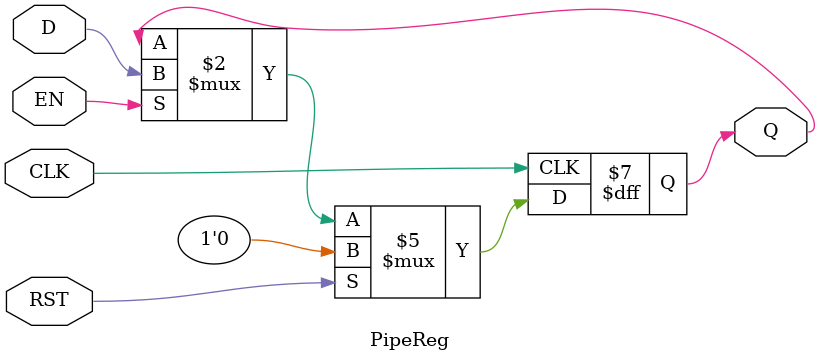
<source format=v>

module REG	#(parameter	BITWIDTH = 1) (
	input	wire						CLK,
	input	wire						RST,
	input	wire						EN,
	input	wire	[BITWIDTH-1 : 0]	D,
	output	reg		[BITWIDTH-1 : 0]	Q
);

	always @ (posedge CLK)
	begin 
		if (RST)		Q <= 0; 
		else if (EN)	Q <= D;
	end

endmodule

// NEGATIVE LEVEL-SENSITIVE LATCH (NO RST, NO WE)
module LatchN #(parameter	BITWIDTH = 1) (
	input	wire				CLK, 
	input	wire	[BITWIDTH-1 : 0]	D, 
	output	reg	[BITWIDTH-1 : 0]	Q 
);


	always @ (CLK or D)
	begin 
		if (~CLK) Q <= D;
	end

endmodule

module	LatchN_gate(
	input	wire	CLK,
	input	wire	D,
	output	wire	Q
);

	wire	tempD;
	wire	tempE;
	wire	Qbar;

	assign	tempD	= ~(D&(~CLK));
	assign	tempE	= ~(tempD&(~CLK));
	assign	Q	= ~(tempD&Qbar);
	assign	Qbar	= ~(tempE&Q);

endmodule

// NEGATIVE EDGE-TRIGGERED FLIPFLOP (NO RST, NO WE)
module SyncRegN #(parameter	BITWIDTH = 1) (
	input	wire						CLK, 
	input	wire	[BITWIDTH-1 : 0]	D, 
	output	reg		[BITWIDTH-1 : 0]	Q 
);

	always @ (negedge CLK)
	begin 
		Q <= D;
	end

endmodule

// POSITIVE EDGE-TRIGGERED FLIPFLOP (SET, NO WE)
module PipeRegS #(parameter  BITWIDTH = 1) (
	input   wire                        CLK,
	input   wire                        SET,
	input	wire						EN,
	input   wire    [BITWIDTH-1 : 0]    D,
	output  reg     [BITWIDTH-1 : 0]    Q
);

	always @ (posedge CLK)
	begin   
		if (SET)		Q <= {BITWIDTH{1'b1}}; 
		else if (EN)	Q <= D; 
	end

endmodule

// POSITIVE EDGE-TRIGGERED FLIPFLOP (RST, WE)
module PipeReg #(parameter	BITWIDTH = 1) (
	input	wire						CLK,
	input	wire						RST,
	input	wire						EN,
	input	wire	[BITWIDTH-1 : 0]	D,
	output	reg		[BITWIDTH-1 : 0]	Q
);

	always @ (posedge CLK)
	begin 
		if (RST)		Q <= {BITWIDTH{1'b0}}; 
		else if (EN)	Q <= D;
	end

endmodule


</source>
